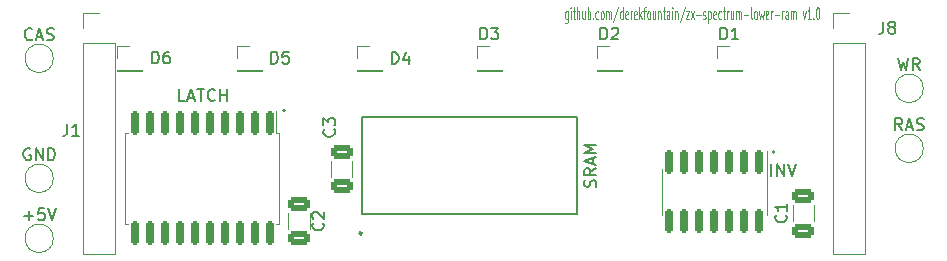
<source format=gto>
G04 #@! TF.GenerationSoftware,KiCad,Pcbnew,6.0.8-f2edbf62ab~116~ubuntu20.04.1*
G04 #@! TF.CreationDate,2022-10-06T15:54:13+01:00*
G04 #@! TF.ProjectId,slrm,736c726d-2e6b-4696-9361-645f70636258,rev?*
G04 #@! TF.SameCoordinates,Original*
G04 #@! TF.FileFunction,Legend,Top*
G04 #@! TF.FilePolarity,Positive*
%FSLAX46Y46*%
G04 Gerber Fmt 4.6, Leading zero omitted, Abs format (unit mm)*
G04 Created by KiCad (PCBNEW 6.0.8-f2edbf62ab~116~ubuntu20.04.1) date 2022-10-06 15:54:13*
%MOMM*%
%LPD*%
G01*
G04 APERTURE LIST*
G04 Aperture macros list*
%AMRoundRect*
0 Rectangle with rounded corners*
0 $1 Rounding radius*
0 $2 $3 $4 $5 $6 $7 $8 $9 X,Y pos of 4 corners*
0 Add a 4 corners polygon primitive as box body*
4,1,4,$2,$3,$4,$5,$6,$7,$8,$9,$2,$3,0*
0 Add four circle primitives for the rounded corners*
1,1,$1+$1,$2,$3*
1,1,$1+$1,$4,$5*
1,1,$1+$1,$6,$7*
1,1,$1+$1,$8,$9*
0 Add four rect primitives between the rounded corners*
20,1,$1+$1,$2,$3,$4,$5,0*
20,1,$1+$1,$4,$5,$6,$7,0*
20,1,$1+$1,$6,$7,$8,$9,0*
20,1,$1+$1,$8,$9,$2,$3,0*%
G04 Aperture macros list end*
%ADD10C,0.150000*%
%ADD11C,0.125000*%
%ADD12C,0.120000*%
%ADD13C,0.223606*%
%ADD14C,0.200000*%
%ADD15C,2.000000*%
%ADD16R,1.350000X1.350000*%
%ADD17O,0.600000X2.250000*%
%ADD18R,1.700000X1.700000*%
%ADD19O,1.700000X1.700000*%
%ADD20RoundRect,0.250000X0.650000X-0.325000X0.650000X0.325000X-0.650000X0.325000X-0.650000X-0.325000X0*%
%ADD21RoundRect,0.150000X-0.150000X0.875000X-0.150000X-0.875000X0.150000X-0.875000X0.150000X0.875000X0*%
%ADD22RoundRect,0.150000X-0.150000X0.825000X-0.150000X-0.825000X0.150000X-0.825000X0.150000X0.825000X0*%
%ADD23RoundRect,0.250000X-0.650000X0.325000X-0.650000X-0.325000X0.650000X-0.325000X0.650000X0.325000X0*%
G04 APERTURE END LIST*
D10*
X176580000Y-96820000D02*
G75*
G03*
X176580000Y-96820000I-100000J0D01*
G01*
X135140000Y-93320000D02*
G75*
G03*
X135140000Y-93320000I-100000J0D01*
G01*
D11*
X159066190Y-84915714D02*
X159066190Y-85725238D01*
X159042380Y-85820476D01*
X159018571Y-85868095D01*
X158970952Y-85915714D01*
X158899523Y-85915714D01*
X158851904Y-85868095D01*
X159066190Y-85534761D02*
X159018571Y-85582380D01*
X158923333Y-85582380D01*
X158875714Y-85534761D01*
X158851904Y-85487142D01*
X158828095Y-85391904D01*
X158828095Y-85106190D01*
X158851904Y-85010952D01*
X158875714Y-84963333D01*
X158923333Y-84915714D01*
X159018571Y-84915714D01*
X159066190Y-84963333D01*
X159304285Y-85582380D02*
X159304285Y-84915714D01*
X159304285Y-84582380D02*
X159280476Y-84630000D01*
X159304285Y-84677619D01*
X159328095Y-84630000D01*
X159304285Y-84582380D01*
X159304285Y-84677619D01*
X159470952Y-84915714D02*
X159661428Y-84915714D01*
X159542380Y-84582380D02*
X159542380Y-85439523D01*
X159566190Y-85534761D01*
X159613809Y-85582380D01*
X159661428Y-85582380D01*
X159828095Y-85582380D02*
X159828095Y-84582380D01*
X160042380Y-85582380D02*
X160042380Y-85058571D01*
X160018571Y-84963333D01*
X159970952Y-84915714D01*
X159899523Y-84915714D01*
X159851904Y-84963333D01*
X159828095Y-85010952D01*
X160494761Y-84915714D02*
X160494761Y-85582380D01*
X160280476Y-84915714D02*
X160280476Y-85439523D01*
X160304285Y-85534761D01*
X160351904Y-85582380D01*
X160423333Y-85582380D01*
X160470952Y-85534761D01*
X160494761Y-85487142D01*
X160732857Y-85582380D02*
X160732857Y-84582380D01*
X160732857Y-84963333D02*
X160780476Y-84915714D01*
X160875714Y-84915714D01*
X160923333Y-84963333D01*
X160947142Y-85010952D01*
X160970952Y-85106190D01*
X160970952Y-85391904D01*
X160947142Y-85487142D01*
X160923333Y-85534761D01*
X160875714Y-85582380D01*
X160780476Y-85582380D01*
X160732857Y-85534761D01*
X161185238Y-85487142D02*
X161209047Y-85534761D01*
X161185238Y-85582380D01*
X161161428Y-85534761D01*
X161185238Y-85487142D01*
X161185238Y-85582380D01*
X161637619Y-85534761D02*
X161590000Y-85582380D01*
X161494761Y-85582380D01*
X161447142Y-85534761D01*
X161423333Y-85487142D01*
X161399523Y-85391904D01*
X161399523Y-85106190D01*
X161423333Y-85010952D01*
X161447142Y-84963333D01*
X161494761Y-84915714D01*
X161590000Y-84915714D01*
X161637619Y-84963333D01*
X161923333Y-85582380D02*
X161875714Y-85534761D01*
X161851904Y-85487142D01*
X161828095Y-85391904D01*
X161828095Y-85106190D01*
X161851904Y-85010952D01*
X161875714Y-84963333D01*
X161923333Y-84915714D01*
X161994761Y-84915714D01*
X162042380Y-84963333D01*
X162066190Y-85010952D01*
X162090000Y-85106190D01*
X162090000Y-85391904D01*
X162066190Y-85487142D01*
X162042380Y-85534761D01*
X161994761Y-85582380D01*
X161923333Y-85582380D01*
X162304285Y-85582380D02*
X162304285Y-84915714D01*
X162304285Y-85010952D02*
X162328095Y-84963333D01*
X162375714Y-84915714D01*
X162447142Y-84915714D01*
X162494761Y-84963333D01*
X162518571Y-85058571D01*
X162518571Y-85582380D01*
X162518571Y-85058571D02*
X162542380Y-84963333D01*
X162590000Y-84915714D01*
X162661428Y-84915714D01*
X162709047Y-84963333D01*
X162732857Y-85058571D01*
X162732857Y-85582380D01*
X163328095Y-84534761D02*
X162899523Y-85820476D01*
X163709047Y-85582380D02*
X163709047Y-84582380D01*
X163709047Y-85534761D02*
X163661428Y-85582380D01*
X163566190Y-85582380D01*
X163518571Y-85534761D01*
X163494761Y-85487142D01*
X163470952Y-85391904D01*
X163470952Y-85106190D01*
X163494761Y-85010952D01*
X163518571Y-84963333D01*
X163566190Y-84915714D01*
X163661428Y-84915714D01*
X163709047Y-84963333D01*
X164137619Y-85534761D02*
X164090000Y-85582380D01*
X163994761Y-85582380D01*
X163947142Y-85534761D01*
X163923333Y-85439523D01*
X163923333Y-85058571D01*
X163947142Y-84963333D01*
X163994761Y-84915714D01*
X164090000Y-84915714D01*
X164137619Y-84963333D01*
X164161428Y-85058571D01*
X164161428Y-85153809D01*
X163923333Y-85249047D01*
X164375714Y-85582380D02*
X164375714Y-84915714D01*
X164375714Y-85106190D02*
X164399523Y-85010952D01*
X164423333Y-84963333D01*
X164470952Y-84915714D01*
X164518571Y-84915714D01*
X164875714Y-85534761D02*
X164828095Y-85582380D01*
X164732857Y-85582380D01*
X164685238Y-85534761D01*
X164661428Y-85439523D01*
X164661428Y-85058571D01*
X164685238Y-84963333D01*
X164732857Y-84915714D01*
X164828095Y-84915714D01*
X164875714Y-84963333D01*
X164899523Y-85058571D01*
X164899523Y-85153809D01*
X164661428Y-85249047D01*
X165113809Y-85582380D02*
X165113809Y-84582380D01*
X165161428Y-85201428D02*
X165304285Y-85582380D01*
X165304285Y-84915714D02*
X165113809Y-85296666D01*
X165447142Y-84915714D02*
X165637619Y-84915714D01*
X165518571Y-85582380D02*
X165518571Y-84725238D01*
X165542380Y-84630000D01*
X165590000Y-84582380D01*
X165637619Y-84582380D01*
X165875714Y-85582380D02*
X165828095Y-85534761D01*
X165804285Y-85487142D01*
X165780476Y-85391904D01*
X165780476Y-85106190D01*
X165804285Y-85010952D01*
X165828095Y-84963333D01*
X165875714Y-84915714D01*
X165947142Y-84915714D01*
X165994761Y-84963333D01*
X166018571Y-85010952D01*
X166042380Y-85106190D01*
X166042380Y-85391904D01*
X166018571Y-85487142D01*
X165994761Y-85534761D01*
X165947142Y-85582380D01*
X165875714Y-85582380D01*
X166470952Y-84915714D02*
X166470952Y-85582380D01*
X166256666Y-84915714D02*
X166256666Y-85439523D01*
X166280476Y-85534761D01*
X166328095Y-85582380D01*
X166399523Y-85582380D01*
X166447142Y-85534761D01*
X166470952Y-85487142D01*
X166709047Y-84915714D02*
X166709047Y-85582380D01*
X166709047Y-85010952D02*
X166732857Y-84963333D01*
X166780476Y-84915714D01*
X166851904Y-84915714D01*
X166899523Y-84963333D01*
X166923333Y-85058571D01*
X166923333Y-85582380D01*
X167090000Y-84915714D02*
X167280476Y-84915714D01*
X167161428Y-84582380D02*
X167161428Y-85439523D01*
X167185238Y-85534761D01*
X167232857Y-85582380D01*
X167280476Y-85582380D01*
X167661428Y-85582380D02*
X167661428Y-85058571D01*
X167637619Y-84963333D01*
X167590000Y-84915714D01*
X167494761Y-84915714D01*
X167447142Y-84963333D01*
X167661428Y-85534761D02*
X167613809Y-85582380D01*
X167494761Y-85582380D01*
X167447142Y-85534761D01*
X167423333Y-85439523D01*
X167423333Y-85344285D01*
X167447142Y-85249047D01*
X167494761Y-85201428D01*
X167613809Y-85201428D01*
X167661428Y-85153809D01*
X167899523Y-85582380D02*
X167899523Y-84915714D01*
X167899523Y-84582380D02*
X167875714Y-84630000D01*
X167899523Y-84677619D01*
X167923333Y-84630000D01*
X167899523Y-84582380D01*
X167899523Y-84677619D01*
X168137619Y-84915714D02*
X168137619Y-85582380D01*
X168137619Y-85010952D02*
X168161428Y-84963333D01*
X168209047Y-84915714D01*
X168280476Y-84915714D01*
X168328095Y-84963333D01*
X168351904Y-85058571D01*
X168351904Y-85582380D01*
X168947142Y-84534761D02*
X168518571Y-85820476D01*
X169066190Y-84915714D02*
X169328095Y-84915714D01*
X169066190Y-85582380D01*
X169328095Y-85582380D01*
X169470952Y-85582380D02*
X169732857Y-84915714D01*
X169470952Y-84915714D02*
X169732857Y-85582380D01*
X169923333Y-85201428D02*
X170304285Y-85201428D01*
X170518571Y-85534761D02*
X170566190Y-85582380D01*
X170661428Y-85582380D01*
X170709047Y-85534761D01*
X170732857Y-85439523D01*
X170732857Y-85391904D01*
X170709047Y-85296666D01*
X170661428Y-85249047D01*
X170590000Y-85249047D01*
X170542380Y-85201428D01*
X170518571Y-85106190D01*
X170518571Y-85058571D01*
X170542380Y-84963333D01*
X170590000Y-84915714D01*
X170661428Y-84915714D01*
X170709047Y-84963333D01*
X170947142Y-84915714D02*
X170947142Y-85915714D01*
X170947142Y-84963333D02*
X170994761Y-84915714D01*
X171090000Y-84915714D01*
X171137619Y-84963333D01*
X171161428Y-85010952D01*
X171185238Y-85106190D01*
X171185238Y-85391904D01*
X171161428Y-85487142D01*
X171137619Y-85534761D01*
X171090000Y-85582380D01*
X170994761Y-85582380D01*
X170947142Y-85534761D01*
X171590000Y-85534761D02*
X171542380Y-85582380D01*
X171447142Y-85582380D01*
X171399523Y-85534761D01*
X171375714Y-85439523D01*
X171375714Y-85058571D01*
X171399523Y-84963333D01*
X171447142Y-84915714D01*
X171542380Y-84915714D01*
X171590000Y-84963333D01*
X171613809Y-85058571D01*
X171613809Y-85153809D01*
X171375714Y-85249047D01*
X172042380Y-85534761D02*
X171994761Y-85582380D01*
X171899523Y-85582380D01*
X171851904Y-85534761D01*
X171828095Y-85487142D01*
X171804285Y-85391904D01*
X171804285Y-85106190D01*
X171828095Y-85010952D01*
X171851904Y-84963333D01*
X171899523Y-84915714D01*
X171994761Y-84915714D01*
X172042380Y-84963333D01*
X172185238Y-84915714D02*
X172375714Y-84915714D01*
X172256666Y-84582380D02*
X172256666Y-85439523D01*
X172280476Y-85534761D01*
X172328095Y-85582380D01*
X172375714Y-85582380D01*
X172542380Y-85582380D02*
X172542380Y-84915714D01*
X172542380Y-85106190D02*
X172566190Y-85010952D01*
X172590000Y-84963333D01*
X172637619Y-84915714D01*
X172685238Y-84915714D01*
X173066190Y-84915714D02*
X173066190Y-85582380D01*
X172851904Y-84915714D02*
X172851904Y-85439523D01*
X172875714Y-85534761D01*
X172923333Y-85582380D01*
X172994761Y-85582380D01*
X173042380Y-85534761D01*
X173066190Y-85487142D01*
X173304285Y-85582380D02*
X173304285Y-84915714D01*
X173304285Y-85010952D02*
X173328095Y-84963333D01*
X173375714Y-84915714D01*
X173447142Y-84915714D01*
X173494761Y-84963333D01*
X173518571Y-85058571D01*
X173518571Y-85582380D01*
X173518571Y-85058571D02*
X173542380Y-84963333D01*
X173590000Y-84915714D01*
X173661428Y-84915714D01*
X173709047Y-84963333D01*
X173732857Y-85058571D01*
X173732857Y-85582380D01*
X173970952Y-85201428D02*
X174351904Y-85201428D01*
X174661428Y-85582380D02*
X174613809Y-85534761D01*
X174590000Y-85439523D01*
X174590000Y-84582380D01*
X174923333Y-85582380D02*
X174875714Y-85534761D01*
X174851904Y-85487142D01*
X174828095Y-85391904D01*
X174828095Y-85106190D01*
X174851904Y-85010952D01*
X174875714Y-84963333D01*
X174923333Y-84915714D01*
X174994761Y-84915714D01*
X175042380Y-84963333D01*
X175066190Y-85010952D01*
X175090000Y-85106190D01*
X175090000Y-85391904D01*
X175066190Y-85487142D01*
X175042380Y-85534761D01*
X174994761Y-85582380D01*
X174923333Y-85582380D01*
X175256666Y-84915714D02*
X175351904Y-85582380D01*
X175447142Y-85106190D01*
X175542380Y-85582380D01*
X175637619Y-84915714D01*
X176018571Y-85534761D02*
X175970952Y-85582380D01*
X175875714Y-85582380D01*
X175828095Y-85534761D01*
X175804285Y-85439523D01*
X175804285Y-85058571D01*
X175828095Y-84963333D01*
X175875714Y-84915714D01*
X175970952Y-84915714D01*
X176018571Y-84963333D01*
X176042380Y-85058571D01*
X176042380Y-85153809D01*
X175804285Y-85249047D01*
X176256666Y-85582380D02*
X176256666Y-84915714D01*
X176256666Y-85106190D02*
X176280476Y-85010952D01*
X176304285Y-84963333D01*
X176351904Y-84915714D01*
X176399523Y-84915714D01*
X176566190Y-85201428D02*
X176947142Y-85201428D01*
X177185238Y-85582380D02*
X177185238Y-84915714D01*
X177185238Y-85106190D02*
X177209047Y-85010952D01*
X177232857Y-84963333D01*
X177280476Y-84915714D01*
X177328095Y-84915714D01*
X177709047Y-85582380D02*
X177709047Y-85058571D01*
X177685238Y-84963333D01*
X177637619Y-84915714D01*
X177542380Y-84915714D01*
X177494761Y-84963333D01*
X177709047Y-85534761D02*
X177661428Y-85582380D01*
X177542380Y-85582380D01*
X177494761Y-85534761D01*
X177470952Y-85439523D01*
X177470952Y-85344285D01*
X177494761Y-85249047D01*
X177542380Y-85201428D01*
X177661428Y-85201428D01*
X177709047Y-85153809D01*
X177947142Y-85582380D02*
X177947142Y-84915714D01*
X177947142Y-85010952D02*
X177970952Y-84963333D01*
X178018571Y-84915714D01*
X178090000Y-84915714D01*
X178137619Y-84963333D01*
X178161428Y-85058571D01*
X178161428Y-85582380D01*
X178161428Y-85058571D02*
X178185238Y-84963333D01*
X178232857Y-84915714D01*
X178304285Y-84915714D01*
X178351904Y-84963333D01*
X178375714Y-85058571D01*
X178375714Y-85582380D01*
X178947142Y-84915714D02*
X179066190Y-85582380D01*
X179185238Y-84915714D01*
X179637619Y-85582380D02*
X179351904Y-85582380D01*
X179494761Y-85582380D02*
X179494761Y-84582380D01*
X179447142Y-84725238D01*
X179399523Y-84820476D01*
X179351904Y-84868095D01*
X179851904Y-85487142D02*
X179875714Y-85534761D01*
X179851904Y-85582380D01*
X179828095Y-85534761D01*
X179851904Y-85487142D01*
X179851904Y-85582380D01*
X180185238Y-84582380D02*
X180232857Y-84582380D01*
X180280476Y-84630000D01*
X180304285Y-84677619D01*
X180328095Y-84772857D01*
X180351904Y-84963333D01*
X180351904Y-85201428D01*
X180328095Y-85391904D01*
X180304285Y-85487142D01*
X180280476Y-85534761D01*
X180232857Y-85582380D01*
X180185238Y-85582380D01*
X180137619Y-85534761D01*
X180113809Y-85487142D01*
X180090000Y-85391904D01*
X180066190Y-85201428D01*
X180066190Y-84963333D01*
X180090000Y-84772857D01*
X180113809Y-84677619D01*
X180137619Y-84630000D01*
X180185238Y-84582380D01*
D10*
G04 #@! TO.C,GND*
X113538095Y-96562000D02*
X113442857Y-96514380D01*
X113300000Y-96514380D01*
X113157142Y-96562000D01*
X113061904Y-96657238D01*
X113014285Y-96752476D01*
X112966666Y-96942952D01*
X112966666Y-97085809D01*
X113014285Y-97276285D01*
X113061904Y-97371523D01*
X113157142Y-97466761D01*
X113300000Y-97514380D01*
X113395238Y-97514380D01*
X113538095Y-97466761D01*
X113585714Y-97419142D01*
X113585714Y-97085809D01*
X113395238Y-97085809D01*
X114014285Y-97514380D02*
X114014285Y-96514380D01*
X114585714Y-97514380D01*
X114585714Y-96514380D01*
X115061904Y-97514380D02*
X115061904Y-96514380D01*
X115300000Y-96514380D01*
X115442857Y-96562000D01*
X115538095Y-96657238D01*
X115585714Y-96752476D01*
X115633333Y-96942952D01*
X115633333Y-97085809D01*
X115585714Y-97276285D01*
X115538095Y-97371523D01*
X115442857Y-97466761D01*
X115300000Y-97514380D01*
X115061904Y-97514380D01*
G04 #@! TO.C,RAS*
X187364761Y-94974380D02*
X187031428Y-94498190D01*
X186793333Y-94974380D02*
X186793333Y-93974380D01*
X187174285Y-93974380D01*
X187269523Y-94022000D01*
X187317142Y-94069619D01*
X187364761Y-94164857D01*
X187364761Y-94307714D01*
X187317142Y-94402952D01*
X187269523Y-94450571D01*
X187174285Y-94498190D01*
X186793333Y-94498190D01*
X187745714Y-94688666D02*
X188221904Y-94688666D01*
X187650476Y-94974380D02*
X187983809Y-93974380D01*
X188317142Y-94974380D01*
X188602857Y-94926761D02*
X188745714Y-94974380D01*
X188983809Y-94974380D01*
X189079047Y-94926761D01*
X189126666Y-94879142D01*
X189174285Y-94783904D01*
X189174285Y-94688666D01*
X189126666Y-94593428D01*
X189079047Y-94545809D01*
X188983809Y-94498190D01*
X188793333Y-94450571D01*
X188698095Y-94402952D01*
X188650476Y-94355333D01*
X188602857Y-94260095D01*
X188602857Y-94164857D01*
X188650476Y-94069619D01*
X188698095Y-94022000D01*
X188793333Y-93974380D01*
X189031428Y-93974380D01*
X189174285Y-94022000D01*
G04 #@! TO.C,WR*
X187031428Y-88894380D02*
X187269523Y-89894380D01*
X187460000Y-89180095D01*
X187650476Y-89894380D01*
X187888571Y-88894380D01*
X188840952Y-89894380D02*
X188507619Y-89418190D01*
X188269523Y-89894380D02*
X188269523Y-88894380D01*
X188650476Y-88894380D01*
X188745714Y-88942000D01*
X188793333Y-88989619D01*
X188840952Y-89084857D01*
X188840952Y-89227714D01*
X188793333Y-89322952D01*
X188745714Y-89370571D01*
X188650476Y-89418190D01*
X188269523Y-89418190D01*
G04 #@! TO.C,+5V*
X113014285Y-102213428D02*
X113776190Y-102213428D01*
X113395238Y-102594380D02*
X113395238Y-101832476D01*
X114728571Y-101594380D02*
X114252380Y-101594380D01*
X114204761Y-102070571D01*
X114252380Y-102022952D01*
X114347619Y-101975333D01*
X114585714Y-101975333D01*
X114680952Y-102022952D01*
X114728571Y-102070571D01*
X114776190Y-102165809D01*
X114776190Y-102403904D01*
X114728571Y-102499142D01*
X114680952Y-102546761D01*
X114585714Y-102594380D01*
X114347619Y-102594380D01*
X114252380Y-102546761D01*
X114204761Y-102499142D01*
X115061904Y-101594380D02*
X115395238Y-102594380D01*
X115728571Y-101594380D01*
G04 #@! TO.C,CAS*
X113704761Y-87259142D02*
X113657142Y-87306761D01*
X113514285Y-87354380D01*
X113419047Y-87354380D01*
X113276190Y-87306761D01*
X113180952Y-87211523D01*
X113133333Y-87116285D01*
X113085714Y-86925809D01*
X113085714Y-86782952D01*
X113133333Y-86592476D01*
X113180952Y-86497238D01*
X113276190Y-86402000D01*
X113419047Y-86354380D01*
X113514285Y-86354380D01*
X113657142Y-86402000D01*
X113704761Y-86449619D01*
X114085714Y-87068666D02*
X114561904Y-87068666D01*
X113990476Y-87354380D02*
X114323809Y-86354380D01*
X114657142Y-87354380D01*
X114942857Y-87306761D02*
X115085714Y-87354380D01*
X115323809Y-87354380D01*
X115419047Y-87306761D01*
X115466666Y-87259142D01*
X115514285Y-87163904D01*
X115514285Y-87068666D01*
X115466666Y-86973428D01*
X115419047Y-86925809D01*
X115323809Y-86878190D01*
X115133333Y-86830571D01*
X115038095Y-86782952D01*
X114990476Y-86735333D01*
X114942857Y-86640095D01*
X114942857Y-86544857D01*
X114990476Y-86449619D01*
X115038095Y-86402000D01*
X115133333Y-86354380D01*
X115371428Y-86354380D01*
X115514285Y-86402000D01*
G04 #@! TO.C,D6*
X123861904Y-89322380D02*
X123861904Y-88322380D01*
X124100000Y-88322380D01*
X124242857Y-88370000D01*
X124338095Y-88465238D01*
X124385714Y-88560476D01*
X124433333Y-88750952D01*
X124433333Y-88893809D01*
X124385714Y-89084285D01*
X124338095Y-89179523D01*
X124242857Y-89274761D01*
X124100000Y-89322380D01*
X123861904Y-89322380D01*
X125290476Y-88322380D02*
X125100000Y-88322380D01*
X125004761Y-88370000D01*
X124957142Y-88417619D01*
X124861904Y-88560476D01*
X124814285Y-88750952D01*
X124814285Y-89131904D01*
X124861904Y-89227142D01*
X124909523Y-89274761D01*
X125004761Y-89322380D01*
X125195238Y-89322380D01*
X125290476Y-89274761D01*
X125338095Y-89227142D01*
X125385714Y-89131904D01*
X125385714Y-88893809D01*
X125338095Y-88798571D01*
X125290476Y-88750952D01*
X125195238Y-88703333D01*
X125004761Y-88703333D01*
X124909523Y-88750952D01*
X124861904Y-88798571D01*
X124814285Y-88893809D01*
G04 #@! TO.C,D2*
X161821904Y-87292380D02*
X161821904Y-86292380D01*
X162060000Y-86292380D01*
X162202857Y-86340000D01*
X162298095Y-86435238D01*
X162345714Y-86530476D01*
X162393333Y-86720952D01*
X162393333Y-86863809D01*
X162345714Y-87054285D01*
X162298095Y-87149523D01*
X162202857Y-87244761D01*
X162060000Y-87292380D01*
X161821904Y-87292380D01*
X162774285Y-86387619D02*
X162821904Y-86340000D01*
X162917142Y-86292380D01*
X163155238Y-86292380D01*
X163250476Y-86340000D01*
X163298095Y-86387619D01*
X163345714Y-86482857D01*
X163345714Y-86578095D01*
X163298095Y-86720952D01*
X162726666Y-87292380D01*
X163345714Y-87292380D01*
G04 #@! TO.C,D4*
X144151904Y-89382380D02*
X144151904Y-88382380D01*
X144390000Y-88382380D01*
X144532857Y-88430000D01*
X144628095Y-88525238D01*
X144675714Y-88620476D01*
X144723333Y-88810952D01*
X144723333Y-88953809D01*
X144675714Y-89144285D01*
X144628095Y-89239523D01*
X144532857Y-89334761D01*
X144390000Y-89382380D01*
X144151904Y-89382380D01*
X145580476Y-88715714D02*
X145580476Y-89382380D01*
X145342380Y-88334761D02*
X145104285Y-89049047D01*
X145723333Y-89049047D01*
G04 #@! TO.C,SRAM*
X161405316Y-99788160D02*
X161453000Y-99645107D01*
X161453000Y-99406686D01*
X161405316Y-99311317D01*
X161357632Y-99263633D01*
X161262263Y-99215949D01*
X161166895Y-99215949D01*
X161071526Y-99263633D01*
X161023842Y-99311317D01*
X160976157Y-99406686D01*
X160928473Y-99597423D01*
X160880789Y-99692792D01*
X160833105Y-99740476D01*
X160737736Y-99788160D01*
X160642367Y-99788160D01*
X160546999Y-99740476D01*
X160499315Y-99692792D01*
X160451630Y-99597423D01*
X160451630Y-99359002D01*
X160499315Y-99215949D01*
X161453000Y-98214579D02*
X160976157Y-98548369D01*
X161453000Y-98786790D02*
X160451630Y-98786790D01*
X160451630Y-98405316D01*
X160499315Y-98309947D01*
X160546999Y-98262263D01*
X160642367Y-98214579D01*
X160785420Y-98214579D01*
X160880789Y-98262263D01*
X160928473Y-98309947D01*
X160976157Y-98405316D01*
X160976157Y-98786790D01*
X161166895Y-97833105D02*
X161166895Y-97356262D01*
X161453000Y-97928473D02*
X160451630Y-97594683D01*
X161453000Y-97260893D01*
X161453000Y-96927103D02*
X160451630Y-96927103D01*
X161166895Y-96593313D01*
X160451630Y-96259523D01*
X161453000Y-96259523D01*
G04 #@! TO.C,J1*
X116666666Y-94452380D02*
X116666666Y-95166666D01*
X116619047Y-95309523D01*
X116523809Y-95404761D01*
X116380952Y-95452380D01*
X116285714Y-95452380D01*
X117666666Y-95452380D02*
X117095238Y-95452380D01*
X117380952Y-95452380D02*
X117380952Y-94452380D01*
X117285714Y-94595238D01*
X117190476Y-94690476D01*
X117095238Y-94738095D01*
G04 #@! TO.C,C1*
X177507142Y-102166666D02*
X177554761Y-102214285D01*
X177602380Y-102357142D01*
X177602380Y-102452380D01*
X177554761Y-102595238D01*
X177459523Y-102690476D01*
X177364285Y-102738095D01*
X177173809Y-102785714D01*
X177030952Y-102785714D01*
X176840476Y-102738095D01*
X176745238Y-102690476D01*
X176650000Y-102595238D01*
X176602380Y-102452380D01*
X176602380Y-102357142D01*
X176650000Y-102214285D01*
X176697619Y-102166666D01*
X177602380Y-101214285D02*
X177602380Y-101785714D01*
X177602380Y-101500000D02*
X176602380Y-101500000D01*
X176745238Y-101595238D01*
X176840476Y-101690476D01*
X176888095Y-101785714D01*
G04 #@! TO.C,C2*
X138316968Y-102841666D02*
X138364587Y-102889285D01*
X138412206Y-103032142D01*
X138412206Y-103127380D01*
X138364587Y-103270238D01*
X138269349Y-103365476D01*
X138174111Y-103413095D01*
X137983635Y-103460714D01*
X137840778Y-103460714D01*
X137650302Y-103413095D01*
X137555064Y-103365476D01*
X137459826Y-103270238D01*
X137412206Y-103127380D01*
X137412206Y-103032142D01*
X137459826Y-102889285D01*
X137507445Y-102841666D01*
X137507445Y-102460714D02*
X137459826Y-102413095D01*
X137412206Y-102317857D01*
X137412206Y-102079761D01*
X137459826Y-101984523D01*
X137507445Y-101936904D01*
X137602683Y-101889285D01*
X137697921Y-101889285D01*
X137840778Y-101936904D01*
X138412206Y-102508333D01*
X138412206Y-101889285D01*
G04 #@! TO.C,J8*
X185766666Y-85812380D02*
X185766666Y-86526666D01*
X185719047Y-86669523D01*
X185623809Y-86764761D01*
X185480952Y-86812380D01*
X185385714Y-86812380D01*
X186385714Y-86240952D02*
X186290476Y-86193333D01*
X186242857Y-86145714D01*
X186195238Y-86050476D01*
X186195238Y-86002857D01*
X186242857Y-85907619D01*
X186290476Y-85860000D01*
X186385714Y-85812380D01*
X186576190Y-85812380D01*
X186671428Y-85860000D01*
X186719047Y-85907619D01*
X186766666Y-86002857D01*
X186766666Y-86050476D01*
X186719047Y-86145714D01*
X186671428Y-86193333D01*
X186576190Y-86240952D01*
X186385714Y-86240952D01*
X186290476Y-86288571D01*
X186242857Y-86336190D01*
X186195238Y-86431428D01*
X186195238Y-86621904D01*
X186242857Y-86717142D01*
X186290476Y-86764761D01*
X186385714Y-86812380D01*
X186576190Y-86812380D01*
X186671428Y-86764761D01*
X186719047Y-86717142D01*
X186766666Y-86621904D01*
X186766666Y-86431428D01*
X186719047Y-86336190D01*
X186671428Y-86288571D01*
X186576190Y-86240952D01*
G04 #@! TO.C,D5*
X133941904Y-89342380D02*
X133941904Y-88342380D01*
X134180000Y-88342380D01*
X134322857Y-88390000D01*
X134418095Y-88485238D01*
X134465714Y-88580476D01*
X134513333Y-88770952D01*
X134513333Y-88913809D01*
X134465714Y-89104285D01*
X134418095Y-89199523D01*
X134322857Y-89294761D01*
X134180000Y-89342380D01*
X133941904Y-89342380D01*
X135418095Y-88342380D02*
X134941904Y-88342380D01*
X134894285Y-88818571D01*
X134941904Y-88770952D01*
X135037142Y-88723333D01*
X135275238Y-88723333D01*
X135370476Y-88770952D01*
X135418095Y-88818571D01*
X135465714Y-88913809D01*
X135465714Y-89151904D01*
X135418095Y-89247142D01*
X135370476Y-89294761D01*
X135275238Y-89342380D01*
X135037142Y-89342380D01*
X134941904Y-89294761D01*
X134894285Y-89247142D01*
G04 #@! TO.C,D1*
X171981904Y-87292380D02*
X171981904Y-86292380D01*
X172220000Y-86292380D01*
X172362857Y-86340000D01*
X172458095Y-86435238D01*
X172505714Y-86530476D01*
X172553333Y-86720952D01*
X172553333Y-86863809D01*
X172505714Y-87054285D01*
X172458095Y-87149523D01*
X172362857Y-87244761D01*
X172220000Y-87292380D01*
X171981904Y-87292380D01*
X173505714Y-87292380D02*
X172934285Y-87292380D01*
X173220000Y-87292380D02*
X173220000Y-86292380D01*
X173124761Y-86435238D01*
X173029523Y-86530476D01*
X172934285Y-86578095D01*
G04 #@! TO.C,LATCH*
X126646190Y-92512380D02*
X126170000Y-92512380D01*
X126170000Y-91512380D01*
X126931904Y-92226666D02*
X127408095Y-92226666D01*
X126836666Y-92512380D02*
X127170000Y-91512380D01*
X127503333Y-92512380D01*
X127693809Y-91512380D02*
X128265238Y-91512380D01*
X127979523Y-92512380D02*
X127979523Y-91512380D01*
X129170000Y-92417142D02*
X129122380Y-92464761D01*
X128979523Y-92512380D01*
X128884285Y-92512380D01*
X128741428Y-92464761D01*
X128646190Y-92369523D01*
X128598571Y-92274285D01*
X128550952Y-92083809D01*
X128550952Y-91940952D01*
X128598571Y-91750476D01*
X128646190Y-91655238D01*
X128741428Y-91560000D01*
X128884285Y-91512380D01*
X128979523Y-91512380D01*
X129122380Y-91560000D01*
X129170000Y-91607619D01*
X129598571Y-92512380D02*
X129598571Y-91512380D01*
X129598571Y-91988571D02*
X130170000Y-91988571D01*
X130170000Y-92512380D02*
X130170000Y-91512380D01*
G04 #@! TO.C,INV*
X176297619Y-98872380D02*
X176297619Y-97872380D01*
X176773809Y-98872380D02*
X176773809Y-97872380D01*
X177345238Y-98872380D01*
X177345238Y-97872380D01*
X177678571Y-97872380D02*
X178011904Y-98872380D01*
X178345238Y-97872380D01*
G04 #@! TO.C,D3*
X151661904Y-87292380D02*
X151661904Y-86292380D01*
X151900000Y-86292380D01*
X152042857Y-86340000D01*
X152138095Y-86435238D01*
X152185714Y-86530476D01*
X152233333Y-86720952D01*
X152233333Y-86863809D01*
X152185714Y-87054285D01*
X152138095Y-87149523D01*
X152042857Y-87244761D01*
X151900000Y-87292380D01*
X151661904Y-87292380D01*
X152566666Y-86292380D02*
X153185714Y-86292380D01*
X152852380Y-86673333D01*
X152995238Y-86673333D01*
X153090476Y-86720952D01*
X153138095Y-86768571D01*
X153185714Y-86863809D01*
X153185714Y-87101904D01*
X153138095Y-87197142D01*
X153090476Y-87244761D01*
X152995238Y-87292380D01*
X152709523Y-87292380D01*
X152614285Y-87244761D01*
X152566666Y-87197142D01*
G04 #@! TO.C,C3*
X139257142Y-94906249D02*
X139304761Y-94953868D01*
X139352380Y-95096725D01*
X139352380Y-95191963D01*
X139304761Y-95334821D01*
X139209523Y-95430059D01*
X139114285Y-95477678D01*
X138923809Y-95525297D01*
X138780952Y-95525297D01*
X138590476Y-95477678D01*
X138495238Y-95430059D01*
X138400000Y-95334821D01*
X138352380Y-95191963D01*
X138352380Y-95096725D01*
X138400000Y-94953868D01*
X138447619Y-94906249D01*
X138352380Y-94572916D02*
X138352380Y-93953868D01*
X138733333Y-94287202D01*
X138733333Y-94144344D01*
X138780952Y-94049106D01*
X138828571Y-94001487D01*
X138923809Y-93953868D01*
X139161904Y-93953868D01*
X139257142Y-94001487D01*
X139304761Y-94049106D01*
X139352380Y-94144344D01*
X139352380Y-94430059D01*
X139304761Y-94525297D01*
X139257142Y-94572916D01*
D12*
G04 #@! TO.C,GND*
X115500000Y-99060000D02*
G75*
G03*
X115500000Y-99060000I-1200000J0D01*
G01*
G04 #@! TO.C,RAS*
X189160000Y-96520000D02*
G75*
G03*
X189160000Y-96520000I-1200000J0D01*
G01*
G04 #@! TO.C,WR*
X189160000Y-91440000D02*
G75*
G03*
X189160000Y-91440000I-1200000J0D01*
G01*
G04 #@! TO.C,+5V*
X115500000Y-104140000D02*
G75*
G03*
X115500000Y-104140000I-1200000J0D01*
G01*
G04 #@! TO.C,CAS*
X115500000Y-88900000D02*
G75*
G03*
X115500000Y-88900000I-1200000J0D01*
G01*
G04 #@! TO.C,D6*
X120860000Y-88900000D02*
X120860000Y-87840000D01*
X122980000Y-89900000D02*
X122980000Y-89960000D01*
X120860000Y-89900000D02*
X120860000Y-89960000D01*
X120860000Y-87840000D02*
X121920000Y-87840000D01*
X120860000Y-89960000D02*
X122980000Y-89960000D01*
X120860000Y-89900000D02*
X122980000Y-89900000D01*
G04 #@! TO.C,D2*
X161500000Y-89900000D02*
X163620000Y-89900000D01*
X161500000Y-89960000D02*
X163620000Y-89960000D01*
X161500000Y-87840000D02*
X162560000Y-87840000D01*
X161500000Y-89900000D02*
X161500000Y-89960000D01*
X161500000Y-88900000D02*
X161500000Y-87840000D01*
X163620000Y-89900000D02*
X163620000Y-89960000D01*
G04 #@! TO.C,D4*
X141180000Y-89900000D02*
X143300000Y-89900000D01*
X141180000Y-88900000D02*
X141180000Y-87840000D01*
X141180000Y-87840000D02*
X142240000Y-87840000D01*
X141180000Y-89900000D02*
X141180000Y-89960000D01*
X141180000Y-89960000D02*
X143300000Y-89960000D01*
X143300000Y-89900000D02*
X143300000Y-89960000D01*
G04 #@! TO.C,SRAM*
D13*
X141630612Y-103700000D02*
G75*
G03*
X141630612Y-103700000I-111803J0D01*
G01*
D14*
X159818809Y-102100000D02*
X141618809Y-102100000D01*
X141618809Y-102100000D02*
X141618809Y-93900000D01*
X159818809Y-93900000D02*
X159818809Y-102100000D01*
X141618809Y-93900000D02*
X159818809Y-93900000D01*
D12*
G04 #@! TO.C,J1*
X118050000Y-86360000D02*
X118050000Y-85030000D01*
X118050000Y-105470000D02*
X120710000Y-105470000D01*
X120710000Y-87630000D02*
X120710000Y-105470000D01*
X118050000Y-87630000D02*
X118050000Y-105470000D01*
X118050000Y-85030000D02*
X119380000Y-85030000D01*
X118050000Y-87630000D02*
X120710000Y-87630000D01*
G04 #@! TO.C,C1*
X178090000Y-102711252D02*
X178090000Y-101288748D01*
X179910000Y-102711252D02*
X179910000Y-101288748D01*
G04 #@! TO.C,C2*
X137210000Y-103386252D02*
X137210000Y-101963748D01*
X135390000Y-103386252D02*
X135390000Y-101963748D01*
G04 #@! TO.C,J8*
X181550000Y-86360000D02*
X181550000Y-85030000D01*
X181550000Y-87630000D02*
X181550000Y-105470000D01*
X184210000Y-87630000D02*
X184210000Y-105470000D01*
X181550000Y-87630000D02*
X184210000Y-87630000D01*
X181550000Y-105470000D02*
X184210000Y-105470000D01*
X181550000Y-85030000D02*
X182880000Y-85030000D01*
G04 #@! TO.C,D5*
X133140000Y-89900000D02*
X133140000Y-89960000D01*
X131020000Y-89960000D02*
X133140000Y-89960000D01*
X131020000Y-87840000D02*
X132080000Y-87840000D01*
X131020000Y-89900000D02*
X131020000Y-89960000D01*
X131020000Y-88900000D02*
X131020000Y-87840000D01*
X131020000Y-89900000D02*
X133140000Y-89900000D01*
G04 #@! TO.C,D1*
X171660000Y-89960000D02*
X173780000Y-89960000D01*
X171660000Y-88900000D02*
X171660000Y-87840000D01*
X171660000Y-87840000D02*
X172720000Y-87840000D01*
X171660000Y-89900000D02*
X171660000Y-89960000D01*
X171660000Y-89900000D02*
X173780000Y-89900000D01*
X173780000Y-89900000D02*
X173780000Y-89960000D01*
G04 #@! TO.C,LATCH*
X121590000Y-99040000D02*
X121590000Y-102900000D01*
X121590000Y-102900000D02*
X121825000Y-102900000D01*
X134610000Y-95180000D02*
X134375000Y-95180000D01*
X134610000Y-99040000D02*
X134610000Y-102900000D01*
X121590000Y-99040000D02*
X121590000Y-95180000D01*
X121590000Y-95180000D02*
X121825000Y-95180000D01*
X134610000Y-99040000D02*
X134610000Y-95180000D01*
X134610000Y-102900000D02*
X134375000Y-102900000D01*
X134375000Y-95180000D02*
X134375000Y-93365000D01*
G04 #@! TO.C,INV*
X175910000Y-100190000D02*
X175910000Y-102140000D01*
X167040000Y-100190000D02*
X167040000Y-98240000D01*
X167040000Y-100190000D02*
X167040000Y-102140000D01*
X175910000Y-100190000D02*
X175910000Y-96740000D01*
G04 #@! TO.C,D3*
X151340000Y-89960000D02*
X153460000Y-89960000D01*
X151340000Y-88900000D02*
X151340000Y-87840000D01*
X153460000Y-89900000D02*
X153460000Y-89960000D01*
X151340000Y-89900000D02*
X153460000Y-89900000D01*
X151340000Y-89900000D02*
X151340000Y-89960000D01*
X151340000Y-87840000D02*
X152400000Y-87840000D01*
G04 #@! TO.C,C3*
X140810000Y-97553331D02*
X140810000Y-98975835D01*
X138990000Y-97553331D02*
X138990000Y-98975835D01*
G04 #@! TD*
%LPC*%
D15*
G04 #@! TO.C,GND*
X114300000Y-99060000D03*
G04 #@! TD*
G04 #@! TO.C,RAS*
X187960000Y-96520000D03*
G04 #@! TD*
G04 #@! TO.C,WR*
X187960000Y-91440000D03*
G04 #@! TD*
G04 #@! TO.C,+5V*
X114300000Y-104140000D03*
G04 #@! TD*
G04 #@! TO.C,CAS*
X114300000Y-88900000D03*
G04 #@! TD*
D16*
G04 #@! TO.C,D6*
X121920000Y-88900000D03*
G04 #@! TD*
G04 #@! TO.C,D2*
X162560000Y-88900000D03*
G04 #@! TD*
G04 #@! TO.C,D4*
X142240000Y-88900000D03*
G04 #@! TD*
D17*
G04 #@! TO.C,SRAM*
X142433809Y-92450000D03*
X143703809Y-92450000D03*
X144973809Y-92450000D03*
X146243809Y-92450000D03*
X147513809Y-92450000D03*
X148783809Y-92450000D03*
X150053809Y-92450000D03*
X151323809Y-92450000D03*
X152593809Y-92450000D03*
X153863809Y-92450000D03*
X155133809Y-92450000D03*
X156403809Y-92450000D03*
X157673809Y-92450000D03*
X158943809Y-92450000D03*
X159003809Y-103550000D03*
X157733809Y-103550000D03*
X156463809Y-103550000D03*
X155193809Y-103550000D03*
X153923809Y-103550000D03*
X152653809Y-103550000D03*
X151383809Y-103550000D03*
X150113809Y-103550000D03*
X148843809Y-103550000D03*
X147573809Y-103550000D03*
X146303809Y-103550000D03*
X145033809Y-103550000D03*
X143763809Y-103550000D03*
X142493809Y-103550000D03*
G04 #@! TD*
D18*
G04 #@! TO.C,J1*
X119380000Y-86360000D03*
D19*
X119380000Y-88900000D03*
X119380000Y-91440000D03*
X119380000Y-93980000D03*
X119380000Y-96520000D03*
X119380000Y-99060000D03*
X119380000Y-101600000D03*
X119380000Y-104140000D03*
G04 #@! TD*
D20*
G04 #@! TO.C,C1*
X179000000Y-103475000D03*
X179000000Y-100525000D03*
G04 #@! TD*
G04 #@! TO.C,C2*
X136300000Y-104150000D03*
X136300000Y-101200000D03*
G04 #@! TD*
D18*
G04 #@! TO.C,J8*
X182880000Y-86360000D03*
D19*
X182880000Y-88900000D03*
X182880000Y-91440000D03*
X182880000Y-93980000D03*
X182880000Y-96520000D03*
X182880000Y-99060000D03*
X182880000Y-101600000D03*
X182880000Y-104140000D03*
G04 #@! TD*
D16*
G04 #@! TO.C,D5*
X132080000Y-88900000D03*
G04 #@! TD*
G04 #@! TO.C,D1*
X172720000Y-88900000D03*
G04 #@! TD*
D21*
G04 #@! TO.C,LATCH*
X133815000Y-94390000D03*
X132545000Y-94390000D03*
X131275000Y-94390000D03*
X130005000Y-94390000D03*
X128735000Y-94390000D03*
X127465000Y-94390000D03*
X126195000Y-94390000D03*
X124925000Y-94390000D03*
X123655000Y-94390000D03*
X122385000Y-94390000D03*
X122385000Y-103690000D03*
X123655000Y-103690000D03*
X124925000Y-103690000D03*
X126195000Y-103690000D03*
X127465000Y-103690000D03*
X128735000Y-103690000D03*
X130005000Y-103690000D03*
X131275000Y-103690000D03*
X132545000Y-103690000D03*
X133815000Y-103690000D03*
G04 #@! TD*
D22*
G04 #@! TO.C,INV*
X175285000Y-97715000D03*
X174015000Y-97715000D03*
X172745000Y-97715000D03*
X171475000Y-97715000D03*
X170205000Y-97715000D03*
X168935000Y-97715000D03*
X167665000Y-97715000D03*
X167665000Y-102665000D03*
X168935000Y-102665000D03*
X170205000Y-102665000D03*
X171475000Y-102665000D03*
X172745000Y-102665000D03*
X174015000Y-102665000D03*
X175285000Y-102665000D03*
G04 #@! TD*
D16*
G04 #@! TO.C,D3*
X152400000Y-88900000D03*
G04 #@! TD*
D23*
G04 #@! TO.C,C3*
X139900000Y-96789583D03*
X139900000Y-99739583D03*
G04 #@! TD*
M02*

</source>
